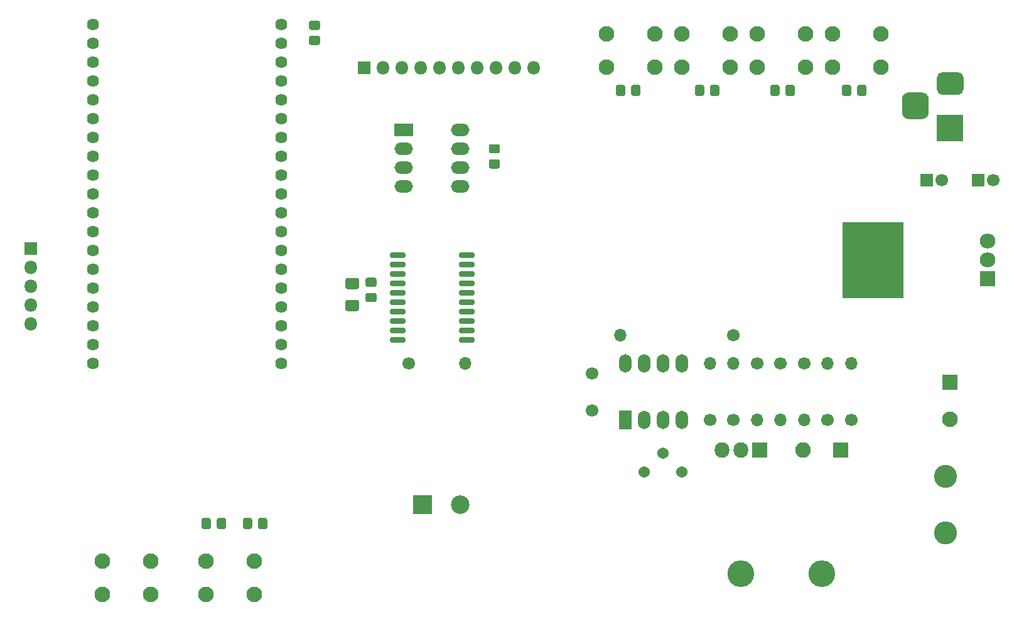
<source format=gbr>
%TF.GenerationSoftware,KiCad,Pcbnew,(5.1.6)-1*%
%TF.CreationDate,2020-11-21T12:12:01+09:00*%
%TF.ProjectId,nixieLogicV2,6e697869-654c-46f6-9769-6356322e6b69,rev?*%
%TF.SameCoordinates,Original*%
%TF.FileFunction,Soldermask,Top*%
%TF.FilePolarity,Negative*%
%FSLAX46Y46*%
G04 Gerber Fmt 4.6, Leading zero omitted, Abs format (unit mm)*
G04 Created by KiCad (PCBNEW (5.1.6)-1) date 2020-11-21 12:12:01*
%MOMM*%
%LPD*%
G01*
G04 APERTURE LIST*
%ADD10C,0.100000*%
%ADD11O,2.500000X1.700000*%
%ADD12R,2.500000X1.700000*%
%ADD13O,2.005000X2.100000*%
%ADD14R,2.005000X2.100000*%
%ADD15O,3.600000X3.600000*%
%ADD16O,2.100000X2.100000*%
%ADD17R,2.100000X2.100000*%
%ADD18C,1.700000*%
%ADD19R,1.700000X1.700000*%
%ADD20C,2.100000*%
%ADD21R,2.500000X2.500000*%
%ADD22C,2.500000*%
%ADD23R,1.700000X2.500000*%
%ADD24O,1.700000X2.500000*%
%ADD25R,1.800000X1.800000*%
%ADD26O,1.800000X1.800000*%
%ADD27R,3.600000X3.600000*%
%ADD28C,3.100000*%
%ADD29O,1.700000X1.700000*%
%ADD30C,1.540000*%
%ADD31C,1.624000*%
%ADD32R,2.100000X2.005000*%
%ADD33O,2.100000X2.005000*%
G04 APERTURE END LIST*
D10*
G36*
X203200000Y-93980000D02*
G01*
X195072000Y-93980000D01*
X195072000Y-83820000D01*
X203200000Y-83820000D01*
X203200000Y-93980000D01*
G37*
X203200000Y-93980000D02*
X195072000Y-93980000D01*
X195072000Y-83820000D01*
X203200000Y-83820000D01*
X203200000Y-93980000D01*
D11*
%TO.C,U3*%
X143510000Y-71374000D03*
X135890000Y-78994000D03*
X143510000Y-73914000D03*
X135890000Y-76454000D03*
X143510000Y-76454000D03*
X135890000Y-73914000D03*
X143510000Y-78994000D03*
D12*
X135890000Y-71374000D03*
%TD*%
%TO.C,R1*%
G36*
G01*
X148560262Y-74539000D02*
X147603738Y-74539000D01*
G75*
G02*
X147332000Y-74267262I0J271738D01*
G01*
X147332000Y-73560738D01*
G75*
G02*
X147603738Y-73289000I271738J0D01*
G01*
X148560262Y-73289000D01*
G75*
G02*
X148832000Y-73560738I0J-271738D01*
G01*
X148832000Y-74267262D01*
G75*
G02*
X148560262Y-74539000I-271738J0D01*
G01*
G37*
G36*
G01*
X148560262Y-76589000D02*
X147603738Y-76589000D01*
G75*
G02*
X147332000Y-76317262I0J271738D01*
G01*
X147332000Y-75610738D01*
G75*
G02*
X147603738Y-75339000I271738J0D01*
G01*
X148560262Y-75339000D01*
G75*
G02*
X148832000Y-75610738I0J-271738D01*
G01*
X148832000Y-76317262D01*
G75*
G02*
X148560262Y-76589000I-271738J0D01*
G01*
G37*
%TD*%
D13*
%TO.C,Q1*%
X178816000Y-114554000D03*
X181356000Y-114554000D03*
D14*
X183896000Y-114554000D03*
D15*
X181356000Y-131214000D03*
%TD*%
D16*
%TO.C,D2*%
X189738000Y-114554000D03*
D17*
X194818000Y-114554000D03*
D15*
X192278000Y-131214000D03*
%TD*%
%TO.C,C2*%
G36*
G01*
X109845000Y-123981738D02*
X109845000Y-124938262D01*
G75*
G02*
X109573262Y-125210000I-271738J0D01*
G01*
X108866738Y-125210000D01*
G75*
G02*
X108595000Y-124938262I0J271738D01*
G01*
X108595000Y-123981738D01*
G75*
G02*
X108866738Y-123710000I271738J0D01*
G01*
X109573262Y-123710000D01*
G75*
G02*
X109845000Y-123981738I0J-271738D01*
G01*
G37*
G36*
G01*
X111895000Y-123981738D02*
X111895000Y-124938262D01*
G75*
G02*
X111623262Y-125210000I-271738J0D01*
G01*
X110916738Y-125210000D01*
G75*
G02*
X110645000Y-124938262I0J271738D01*
G01*
X110645000Y-123981738D01*
G75*
G02*
X110916738Y-123710000I271738J0D01*
G01*
X111623262Y-123710000D01*
G75*
G02*
X111895000Y-123981738I0J-271738D01*
G01*
G37*
%TD*%
%TO.C,C3*%
G36*
G01*
X130966738Y-91305000D02*
X131923262Y-91305000D01*
G75*
G02*
X132195000Y-91576738I0J-271738D01*
G01*
X132195000Y-92283262D01*
G75*
G02*
X131923262Y-92555000I-271738J0D01*
G01*
X130966738Y-92555000D01*
G75*
G02*
X130695000Y-92283262I0J271738D01*
G01*
X130695000Y-91576738D01*
G75*
G02*
X130966738Y-91305000I271738J0D01*
G01*
G37*
G36*
G01*
X130966738Y-93355000D02*
X131923262Y-93355000D01*
G75*
G02*
X132195000Y-93626738I0J-271738D01*
G01*
X132195000Y-94333262D01*
G75*
G02*
X131923262Y-94605000I-271738J0D01*
G01*
X130966738Y-94605000D01*
G75*
G02*
X130695000Y-94333262I0J271738D01*
G01*
X130695000Y-93626738D01*
G75*
G02*
X130966738Y-93355000I271738J0D01*
G01*
G37*
%TD*%
D18*
%TO.C,C4*%
X161290000Y-109220000D03*
X161290000Y-104220000D03*
%TD*%
%TO.C,C5*%
X215360000Y-78105000D03*
D19*
X213360000Y-78105000D03*
%TD*%
%TO.C,C6*%
X206375000Y-78105000D03*
D18*
X208375000Y-78105000D03*
%TD*%
%TO.C,C7*%
G36*
G01*
X123346738Y-58676600D02*
X124303262Y-58676600D01*
G75*
G02*
X124575000Y-58948338I0J-271738D01*
G01*
X124575000Y-59654862D01*
G75*
G02*
X124303262Y-59926600I-271738J0D01*
G01*
X123346738Y-59926600D01*
G75*
G02*
X123075000Y-59654862I0J271738D01*
G01*
X123075000Y-58948338D01*
G75*
G02*
X123346738Y-58676600I271738J0D01*
G01*
G37*
G36*
G01*
X123346738Y-56626600D02*
X124303262Y-56626600D01*
G75*
G02*
X124575000Y-56898338I0J-271738D01*
G01*
X124575000Y-57604862D01*
G75*
G02*
X124303262Y-57876600I-271738J0D01*
G01*
X123346738Y-57876600D01*
G75*
G02*
X123075000Y-57604862I0J271738D01*
G01*
X123075000Y-56898338D01*
G75*
G02*
X123346738Y-56626600I271738J0D01*
G01*
G37*
%TD*%
D17*
%TO.C,C8*%
X209550000Y-105410000D03*
D20*
X209550000Y-110410000D03*
%TD*%
D21*
%TO.C,C9*%
X138430000Y-121920000D03*
D22*
X143430000Y-121920000D03*
%TD*%
D23*
%TO.C,D1*%
X165735000Y-110490000D03*
D24*
X173355000Y-102870000D03*
X168275000Y-110490000D03*
X170815000Y-102870000D03*
X170815000Y-110490000D03*
X168275000Y-102870000D03*
X173355000Y-110490000D03*
X165735000Y-102870000D03*
%TD*%
D25*
%TO.C,J1*%
X85598000Y-87376000D03*
D26*
X85598000Y-89916000D03*
X85598000Y-92456000D03*
X85598000Y-94996000D03*
X85598000Y-97536000D03*
%TD*%
D25*
%TO.C,J2*%
X130556000Y-62992000D03*
D26*
X133096000Y-62992000D03*
X135636000Y-62992000D03*
X138176000Y-62992000D03*
X140716000Y-62992000D03*
X143256000Y-62992000D03*
X145796000Y-62992000D03*
X148336000Y-62992000D03*
X150876000Y-62992000D03*
X153416000Y-62992000D03*
%TD*%
D27*
%TO.C,J3*%
X209550000Y-71120000D03*
G36*
G01*
X208525000Y-63570000D02*
X210575000Y-63570000D01*
G75*
G02*
X211350000Y-64345000I0J-775000D01*
G01*
X211350000Y-65895000D01*
G75*
G02*
X210575000Y-66670000I-775000J0D01*
G01*
X208525000Y-66670000D01*
G75*
G02*
X207750000Y-65895000I0J775000D01*
G01*
X207750000Y-64345000D01*
G75*
G02*
X208525000Y-63570000I775000J0D01*
G01*
G37*
G36*
G01*
X203950000Y-66320000D02*
X205750000Y-66320000D01*
G75*
G02*
X206650000Y-67220000I0J-900000D01*
G01*
X206650000Y-69020000D01*
G75*
G02*
X205750000Y-69920000I-900000J0D01*
G01*
X203950000Y-69920000D01*
G75*
G02*
X203050000Y-69020000I0J900000D01*
G01*
X203050000Y-67220000D01*
G75*
G02*
X203950000Y-66320000I900000J0D01*
G01*
G37*
%TD*%
%TO.C,L1*%
G36*
G01*
X129562456Y-95812500D02*
X128247544Y-95812500D01*
G75*
G02*
X127980000Y-95544956I0J267544D01*
G01*
X127980000Y-94555044D01*
G75*
G02*
X128247544Y-94287500I267544J0D01*
G01*
X129562456Y-94287500D01*
G75*
G02*
X129830000Y-94555044I0J-267544D01*
G01*
X129830000Y-95544956D01*
G75*
G02*
X129562456Y-95812500I-267544J0D01*
G01*
G37*
G36*
G01*
X129562456Y-92837500D02*
X128247544Y-92837500D01*
G75*
G02*
X127980000Y-92569956I0J267544D01*
G01*
X127980000Y-91580044D01*
G75*
G02*
X128247544Y-91312500I267544J0D01*
G01*
X129562456Y-91312500D01*
G75*
G02*
X129830000Y-91580044I0J-267544D01*
G01*
X129830000Y-92569956D01*
G75*
G02*
X129562456Y-92837500I-267544J0D01*
G01*
G37*
%TD*%
D28*
%TO.C,L2*%
X208915000Y-125730000D03*
X208915000Y-118110000D03*
%TD*%
%TO.C,R2*%
G36*
G01*
X116215000Y-124938262D02*
X116215000Y-123981738D01*
G75*
G02*
X116486738Y-123710000I271738J0D01*
G01*
X117193262Y-123710000D01*
G75*
G02*
X117465000Y-123981738I0J-271738D01*
G01*
X117465000Y-124938262D01*
G75*
G02*
X117193262Y-125210000I-271738J0D01*
G01*
X116486738Y-125210000D01*
G75*
G02*
X116215000Y-124938262I0J271738D01*
G01*
G37*
G36*
G01*
X114165000Y-124938262D02*
X114165000Y-123981738D01*
G75*
G02*
X114436738Y-123710000I271738J0D01*
G01*
X115143262Y-123710000D01*
G75*
G02*
X115415000Y-123981738I0J-271738D01*
G01*
X115415000Y-124938262D01*
G75*
G02*
X115143262Y-125210000I-271738J0D01*
G01*
X114436738Y-125210000D01*
G75*
G02*
X114165000Y-124938262I0J271738D01*
G01*
G37*
%TD*%
D29*
%TO.C,R3*%
X180340000Y-102870000D03*
D18*
X180340000Y-110490000D03*
%TD*%
D29*
%TO.C,R4*%
X177165000Y-102870000D03*
D18*
X177165000Y-110490000D03*
%TD*%
D29*
%TO.C,R5*%
X183515000Y-110490000D03*
D18*
X183515000Y-102870000D03*
%TD*%
%TO.C,R6*%
X180340000Y-99060000D03*
D29*
X165100000Y-99060000D03*
%TD*%
%TO.C,R7*%
G36*
G01*
X166525000Y-66518262D02*
X166525000Y-65561738D01*
G75*
G02*
X166796738Y-65290000I271738J0D01*
G01*
X167503262Y-65290000D01*
G75*
G02*
X167775000Y-65561738I0J-271738D01*
G01*
X167775000Y-66518262D01*
G75*
G02*
X167503262Y-66790000I-271738J0D01*
G01*
X166796738Y-66790000D01*
G75*
G02*
X166525000Y-66518262I0J271738D01*
G01*
G37*
G36*
G01*
X164475000Y-66518262D02*
X164475000Y-65561738D01*
G75*
G02*
X164746738Y-65290000I271738J0D01*
G01*
X165453262Y-65290000D01*
G75*
G02*
X165725000Y-65561738I0J-271738D01*
G01*
X165725000Y-66518262D01*
G75*
G02*
X165453262Y-66790000I-271738J0D01*
G01*
X164746738Y-66790000D01*
G75*
G02*
X164475000Y-66518262I0J271738D01*
G01*
G37*
%TD*%
D18*
%TO.C,R8*%
X186690000Y-102870000D03*
D29*
X186690000Y-110490000D03*
%TD*%
D18*
%TO.C,R9*%
X193040000Y-110490000D03*
D29*
X193040000Y-102870000D03*
%TD*%
%TO.C,R10*%
G36*
G01*
X175125000Y-66518262D02*
X175125000Y-65561738D01*
G75*
G02*
X175396738Y-65290000I271738J0D01*
G01*
X176103262Y-65290000D01*
G75*
G02*
X176375000Y-65561738I0J-271738D01*
G01*
X176375000Y-66518262D01*
G75*
G02*
X176103262Y-66790000I-271738J0D01*
G01*
X175396738Y-66790000D01*
G75*
G02*
X175125000Y-66518262I0J271738D01*
G01*
G37*
G36*
G01*
X177175000Y-66518262D02*
X177175000Y-65561738D01*
G75*
G02*
X177446738Y-65290000I271738J0D01*
G01*
X178153262Y-65290000D01*
G75*
G02*
X178425000Y-65561738I0J-271738D01*
G01*
X178425000Y-66518262D01*
G75*
G02*
X178153262Y-66790000I-271738J0D01*
G01*
X177446738Y-66790000D01*
G75*
G02*
X177175000Y-66518262I0J271738D01*
G01*
G37*
%TD*%
D18*
%TO.C,R11*%
X189865000Y-102870000D03*
D29*
X189865000Y-110490000D03*
%TD*%
D18*
%TO.C,R12*%
X196215000Y-110490000D03*
D29*
X196215000Y-102870000D03*
%TD*%
%TO.C,R13*%
G36*
G01*
X187335000Y-66518262D02*
X187335000Y-65561738D01*
G75*
G02*
X187606738Y-65290000I271738J0D01*
G01*
X188313262Y-65290000D01*
G75*
G02*
X188585000Y-65561738I0J-271738D01*
G01*
X188585000Y-66518262D01*
G75*
G02*
X188313262Y-66790000I-271738J0D01*
G01*
X187606738Y-66790000D01*
G75*
G02*
X187335000Y-66518262I0J271738D01*
G01*
G37*
G36*
G01*
X185285000Y-66518262D02*
X185285000Y-65561738D01*
G75*
G02*
X185556738Y-65290000I271738J0D01*
G01*
X186263262Y-65290000D01*
G75*
G02*
X186535000Y-65561738I0J-271738D01*
G01*
X186535000Y-66518262D01*
G75*
G02*
X186263262Y-66790000I-271738J0D01*
G01*
X185556738Y-66790000D01*
G75*
G02*
X185285000Y-66518262I0J271738D01*
G01*
G37*
%TD*%
%TO.C,R14*%
G36*
G01*
X194955000Y-66518262D02*
X194955000Y-65561738D01*
G75*
G02*
X195226738Y-65290000I271738J0D01*
G01*
X195933262Y-65290000D01*
G75*
G02*
X196205000Y-65561738I0J-271738D01*
G01*
X196205000Y-66518262D01*
G75*
G02*
X195933262Y-66790000I-271738J0D01*
G01*
X195226738Y-66790000D01*
G75*
G02*
X194955000Y-66518262I0J271738D01*
G01*
G37*
G36*
G01*
X197005000Y-66518262D02*
X197005000Y-65561738D01*
G75*
G02*
X197276738Y-65290000I271738J0D01*
G01*
X197983262Y-65290000D01*
G75*
G02*
X198255000Y-65561738I0J-271738D01*
G01*
X198255000Y-66518262D01*
G75*
G02*
X197983262Y-66790000I-271738J0D01*
G01*
X197276738Y-66790000D01*
G75*
G02*
X197005000Y-66518262I0J271738D01*
G01*
G37*
%TD*%
%TO.C,R15*%
X144145000Y-102870000D03*
D18*
X136525000Y-102870000D03*
%TD*%
D30*
%TO.C,RV1*%
X168275000Y-117475000D03*
X170815000Y-114935000D03*
X173355000Y-117475000D03*
%TD*%
D20*
%TO.C,SW1*%
X101750000Y-129540000D03*
X101750000Y-134040000D03*
X95250000Y-129540000D03*
X95250000Y-134040000D03*
%TD*%
%TO.C,SW2*%
X109220000Y-134040000D03*
X109220000Y-129540000D03*
X115720000Y-134040000D03*
X115720000Y-129540000D03*
%TD*%
%TO.C,SW3*%
X169695000Y-58420000D03*
X169695000Y-62920000D03*
X163195000Y-58420000D03*
X163195000Y-62920000D03*
%TD*%
%TO.C,SW4*%
X173355000Y-62920000D03*
X173355000Y-58420000D03*
X179855000Y-62920000D03*
X179855000Y-58420000D03*
%TD*%
%TO.C,SW5*%
X190015000Y-58420000D03*
X190015000Y-62920000D03*
X183515000Y-58420000D03*
X183515000Y-62920000D03*
%TD*%
%TO.C,SW6*%
X193675000Y-62920000D03*
X193675000Y-58420000D03*
X200175000Y-62920000D03*
X200175000Y-58420000D03*
%TD*%
%TO.C,T1*%
G36*
G01*
X133975000Y-88440000D02*
X133975000Y-88090000D01*
G75*
G02*
X134150000Y-87915000I175000J0D01*
G01*
X135950000Y-87915000D01*
G75*
G02*
X136125000Y-88090000I0J-175000D01*
G01*
X136125000Y-88440000D01*
G75*
G02*
X135950000Y-88615000I-175000J0D01*
G01*
X134150000Y-88615000D01*
G75*
G02*
X133975000Y-88440000I0J175000D01*
G01*
G37*
G36*
G01*
X133975000Y-89710000D02*
X133975000Y-89360000D01*
G75*
G02*
X134150000Y-89185000I175000J0D01*
G01*
X135950000Y-89185000D01*
G75*
G02*
X136125000Y-89360000I0J-175000D01*
G01*
X136125000Y-89710000D01*
G75*
G02*
X135950000Y-89885000I-175000J0D01*
G01*
X134150000Y-89885000D01*
G75*
G02*
X133975000Y-89710000I0J175000D01*
G01*
G37*
G36*
G01*
X133975000Y-90980000D02*
X133975000Y-90630000D01*
G75*
G02*
X134150000Y-90455000I175000J0D01*
G01*
X135950000Y-90455000D01*
G75*
G02*
X136125000Y-90630000I0J-175000D01*
G01*
X136125000Y-90980000D01*
G75*
G02*
X135950000Y-91155000I-175000J0D01*
G01*
X134150000Y-91155000D01*
G75*
G02*
X133975000Y-90980000I0J175000D01*
G01*
G37*
G36*
G01*
X133975000Y-92250000D02*
X133975000Y-91900000D01*
G75*
G02*
X134150000Y-91725000I175000J0D01*
G01*
X135950000Y-91725000D01*
G75*
G02*
X136125000Y-91900000I0J-175000D01*
G01*
X136125000Y-92250000D01*
G75*
G02*
X135950000Y-92425000I-175000J0D01*
G01*
X134150000Y-92425000D01*
G75*
G02*
X133975000Y-92250000I0J175000D01*
G01*
G37*
G36*
G01*
X133975000Y-93520000D02*
X133975000Y-93170000D01*
G75*
G02*
X134150000Y-92995000I175000J0D01*
G01*
X135950000Y-92995000D01*
G75*
G02*
X136125000Y-93170000I0J-175000D01*
G01*
X136125000Y-93520000D01*
G75*
G02*
X135950000Y-93695000I-175000J0D01*
G01*
X134150000Y-93695000D01*
G75*
G02*
X133975000Y-93520000I0J175000D01*
G01*
G37*
G36*
G01*
X133975000Y-94790000D02*
X133975000Y-94440000D01*
G75*
G02*
X134150000Y-94265000I175000J0D01*
G01*
X135950000Y-94265000D01*
G75*
G02*
X136125000Y-94440000I0J-175000D01*
G01*
X136125000Y-94790000D01*
G75*
G02*
X135950000Y-94965000I-175000J0D01*
G01*
X134150000Y-94965000D01*
G75*
G02*
X133975000Y-94790000I0J175000D01*
G01*
G37*
G36*
G01*
X133975000Y-96060000D02*
X133975000Y-95710000D01*
G75*
G02*
X134150000Y-95535000I175000J0D01*
G01*
X135950000Y-95535000D01*
G75*
G02*
X136125000Y-95710000I0J-175000D01*
G01*
X136125000Y-96060000D01*
G75*
G02*
X135950000Y-96235000I-175000J0D01*
G01*
X134150000Y-96235000D01*
G75*
G02*
X133975000Y-96060000I0J175000D01*
G01*
G37*
G36*
G01*
X133975000Y-97330000D02*
X133975000Y-96980000D01*
G75*
G02*
X134150000Y-96805000I175000J0D01*
G01*
X135950000Y-96805000D01*
G75*
G02*
X136125000Y-96980000I0J-175000D01*
G01*
X136125000Y-97330000D01*
G75*
G02*
X135950000Y-97505000I-175000J0D01*
G01*
X134150000Y-97505000D01*
G75*
G02*
X133975000Y-97330000I0J175000D01*
G01*
G37*
G36*
G01*
X133975000Y-98600000D02*
X133975000Y-98250000D01*
G75*
G02*
X134150000Y-98075000I175000J0D01*
G01*
X135950000Y-98075000D01*
G75*
G02*
X136125000Y-98250000I0J-175000D01*
G01*
X136125000Y-98600000D01*
G75*
G02*
X135950000Y-98775000I-175000J0D01*
G01*
X134150000Y-98775000D01*
G75*
G02*
X133975000Y-98600000I0J175000D01*
G01*
G37*
G36*
G01*
X133975000Y-99870000D02*
X133975000Y-99520000D01*
G75*
G02*
X134150000Y-99345000I175000J0D01*
G01*
X135950000Y-99345000D01*
G75*
G02*
X136125000Y-99520000I0J-175000D01*
G01*
X136125000Y-99870000D01*
G75*
G02*
X135950000Y-100045000I-175000J0D01*
G01*
X134150000Y-100045000D01*
G75*
G02*
X133975000Y-99870000I0J175000D01*
G01*
G37*
G36*
G01*
X143275000Y-99870000D02*
X143275000Y-99520000D01*
G75*
G02*
X143450000Y-99345000I175000J0D01*
G01*
X145250000Y-99345000D01*
G75*
G02*
X145425000Y-99520000I0J-175000D01*
G01*
X145425000Y-99870000D01*
G75*
G02*
X145250000Y-100045000I-175000J0D01*
G01*
X143450000Y-100045000D01*
G75*
G02*
X143275000Y-99870000I0J175000D01*
G01*
G37*
G36*
G01*
X143275000Y-98600000D02*
X143275000Y-98250000D01*
G75*
G02*
X143450000Y-98075000I175000J0D01*
G01*
X145250000Y-98075000D01*
G75*
G02*
X145425000Y-98250000I0J-175000D01*
G01*
X145425000Y-98600000D01*
G75*
G02*
X145250000Y-98775000I-175000J0D01*
G01*
X143450000Y-98775000D01*
G75*
G02*
X143275000Y-98600000I0J175000D01*
G01*
G37*
G36*
G01*
X143275000Y-97330000D02*
X143275000Y-96980000D01*
G75*
G02*
X143450000Y-96805000I175000J0D01*
G01*
X145250000Y-96805000D01*
G75*
G02*
X145425000Y-96980000I0J-175000D01*
G01*
X145425000Y-97330000D01*
G75*
G02*
X145250000Y-97505000I-175000J0D01*
G01*
X143450000Y-97505000D01*
G75*
G02*
X143275000Y-97330000I0J175000D01*
G01*
G37*
G36*
G01*
X143275000Y-96060000D02*
X143275000Y-95710000D01*
G75*
G02*
X143450000Y-95535000I175000J0D01*
G01*
X145250000Y-95535000D01*
G75*
G02*
X145425000Y-95710000I0J-175000D01*
G01*
X145425000Y-96060000D01*
G75*
G02*
X145250000Y-96235000I-175000J0D01*
G01*
X143450000Y-96235000D01*
G75*
G02*
X143275000Y-96060000I0J175000D01*
G01*
G37*
G36*
G01*
X143275000Y-94790000D02*
X143275000Y-94440000D01*
G75*
G02*
X143450000Y-94265000I175000J0D01*
G01*
X145250000Y-94265000D01*
G75*
G02*
X145425000Y-94440000I0J-175000D01*
G01*
X145425000Y-94790000D01*
G75*
G02*
X145250000Y-94965000I-175000J0D01*
G01*
X143450000Y-94965000D01*
G75*
G02*
X143275000Y-94790000I0J175000D01*
G01*
G37*
G36*
G01*
X143275000Y-93520000D02*
X143275000Y-93170000D01*
G75*
G02*
X143450000Y-92995000I175000J0D01*
G01*
X145250000Y-92995000D01*
G75*
G02*
X145425000Y-93170000I0J-175000D01*
G01*
X145425000Y-93520000D01*
G75*
G02*
X145250000Y-93695000I-175000J0D01*
G01*
X143450000Y-93695000D01*
G75*
G02*
X143275000Y-93520000I0J175000D01*
G01*
G37*
G36*
G01*
X143275000Y-92250000D02*
X143275000Y-91900000D01*
G75*
G02*
X143450000Y-91725000I175000J0D01*
G01*
X145250000Y-91725000D01*
G75*
G02*
X145425000Y-91900000I0J-175000D01*
G01*
X145425000Y-92250000D01*
G75*
G02*
X145250000Y-92425000I-175000J0D01*
G01*
X143450000Y-92425000D01*
G75*
G02*
X143275000Y-92250000I0J175000D01*
G01*
G37*
G36*
G01*
X143275000Y-90980000D02*
X143275000Y-90630000D01*
G75*
G02*
X143450000Y-90455000I175000J0D01*
G01*
X145250000Y-90455000D01*
G75*
G02*
X145425000Y-90630000I0J-175000D01*
G01*
X145425000Y-90980000D01*
G75*
G02*
X145250000Y-91155000I-175000J0D01*
G01*
X143450000Y-91155000D01*
G75*
G02*
X143275000Y-90980000I0J175000D01*
G01*
G37*
G36*
G01*
X143275000Y-89710000D02*
X143275000Y-89360000D01*
G75*
G02*
X143450000Y-89185000I175000J0D01*
G01*
X145250000Y-89185000D01*
G75*
G02*
X145425000Y-89360000I0J-175000D01*
G01*
X145425000Y-89710000D01*
G75*
G02*
X145250000Y-89885000I-175000J0D01*
G01*
X143450000Y-89885000D01*
G75*
G02*
X143275000Y-89710000I0J175000D01*
G01*
G37*
G36*
G01*
X143275000Y-88440000D02*
X143275000Y-88090000D01*
G75*
G02*
X143450000Y-87915000I175000J0D01*
G01*
X145250000Y-87915000D01*
G75*
G02*
X145425000Y-88090000I0J-175000D01*
G01*
X145425000Y-88440000D01*
G75*
G02*
X145250000Y-88615000I-175000J0D01*
G01*
X143450000Y-88615000D01*
G75*
G02*
X143275000Y-88440000I0J175000D01*
G01*
G37*
%TD*%
D31*
%TO.C,U1*%
X119380000Y-102870000D03*
X119380000Y-100330000D03*
X119380000Y-97790000D03*
X119380000Y-95250000D03*
X119380000Y-92710000D03*
X119380000Y-90170000D03*
X119380000Y-87630000D03*
X119380000Y-85090000D03*
X119380000Y-82550000D03*
X119380000Y-80010000D03*
X119380000Y-77470000D03*
X119380000Y-74930000D03*
X119380000Y-72390000D03*
X119380000Y-69850000D03*
X119380000Y-67310000D03*
X119380000Y-64770000D03*
X119380000Y-62230000D03*
X119380000Y-59690000D03*
X119380000Y-57150000D03*
X93980000Y-57150000D03*
X93980000Y-59690000D03*
X93980000Y-62230000D03*
X93980000Y-64770000D03*
X93980000Y-67310000D03*
X93980000Y-69850000D03*
X93980000Y-72390000D03*
X93980000Y-74930000D03*
X93980000Y-77470000D03*
X93980000Y-80010000D03*
X93980000Y-82550000D03*
X93980000Y-85090000D03*
X93980000Y-87630000D03*
X93980000Y-90170000D03*
X93980000Y-92710000D03*
X93980000Y-95250000D03*
X93980000Y-97790000D03*
X93980000Y-100330000D03*
X93980000Y-102870000D03*
%TD*%
D15*
%TO.C,U2*%
X197970000Y-88900000D03*
D32*
X214630000Y-91440000D03*
D33*
X214630000Y-88900000D03*
X214630000Y-86360000D03*
%TD*%
M02*

</source>
